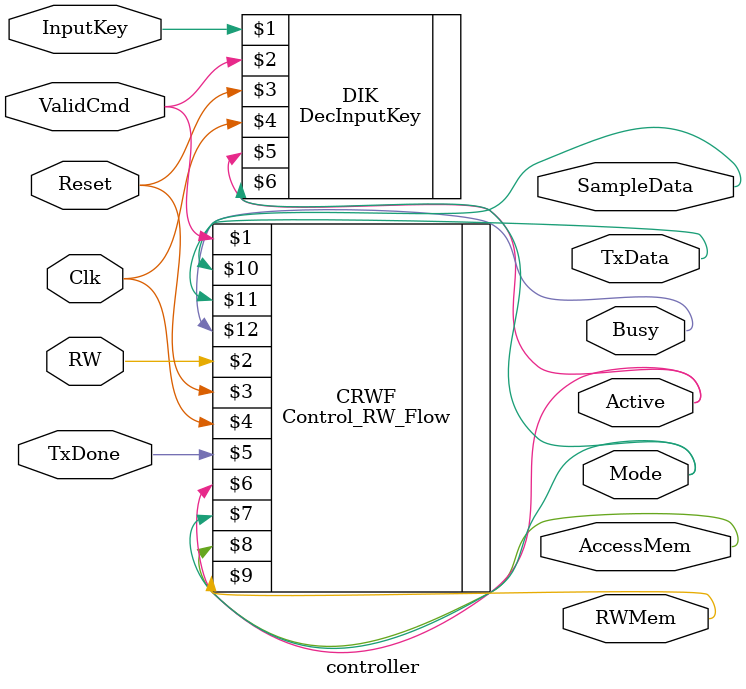
<source format=v>
`include "DecInputKey_design.v"
`include "Control_RW_Flow_design.v"

module controller(input InputKey, Clk, ValidCmd, Reset, RW, TxDone, 
                  output Active, Busy, RWMem, AccessMem, Mode, SampleData, TxData);
  
  DecInputKey DIK(InputKey, ValidCmd, Reset, Clk, Active, Mode);
  Control_RW_Flow CRWF(ValidCmd, RW, Reset, Clk, TxDone, Active, Mode,
                       AccessMem, RWMem, SampleData, TxData, Busy);
  
endmodule
</source>
